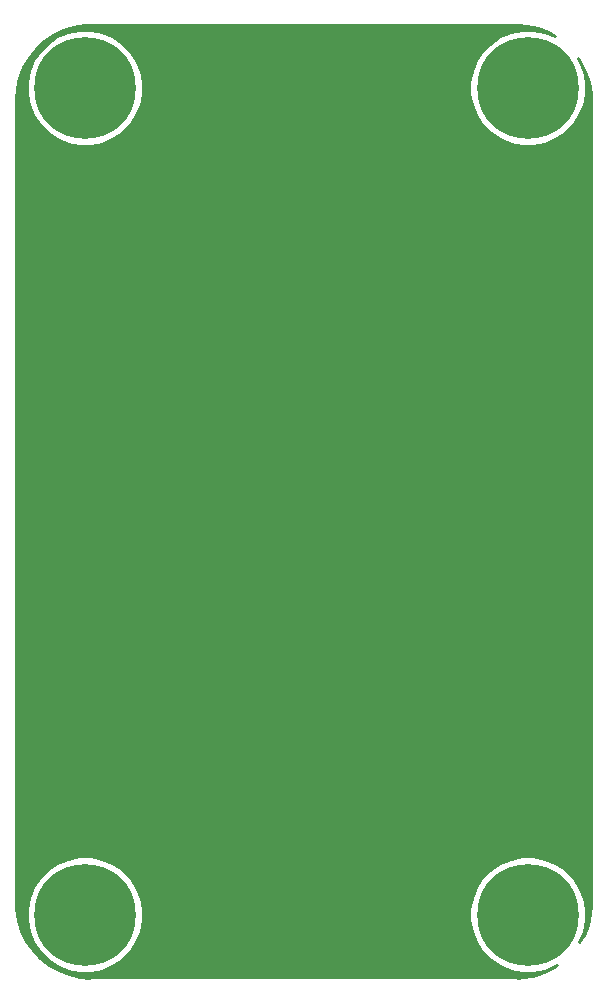
<source format=gbr>
%TF.GenerationSoftware,KiCad,Pcbnew,(5.1.6)-1*%
%TF.CreationDate,2020-10-09T05:33:10-04:00*%
%TF.ProjectId,RFID_PROJECT_PHASE-SHIFTER,52464944-5f50-4524-9f4a-4543545f5048,B*%
%TF.SameCoordinates,Original*%
%TF.FileFunction,Copper,L2,Inr*%
%TF.FilePolarity,Positive*%
%FSLAX46Y46*%
G04 Gerber Fmt 4.6, Leading zero omitted, Abs format (unit mm)*
G04 Created by KiCad (PCBNEW (5.1.6)-1) date 2020-10-09 05:33:10*
%MOMM*%
%LPD*%
G01*
G04 APERTURE LIST*
%TA.AperFunction,ViaPad*%
%ADD10C,0.900000*%
%TD*%
%TA.AperFunction,ViaPad*%
%ADD11C,8.600000*%
%TD*%
%TA.AperFunction,ViaPad*%
%ADD12C,1.000000*%
%TD*%
%TA.AperFunction,Conductor*%
%ADD13C,0.254000*%
%TD*%
G04 APERTURE END LIST*
D10*
%TO.N,N/C*%
%TO.C,H8*%
X173780419Y-125219581D03*
X171500000Y-124275000D03*
X169219581Y-125219581D03*
X168275000Y-127500000D03*
X169219581Y-129780419D03*
X171500000Y-130725000D03*
X173780419Y-129780419D03*
X174725000Y-127500000D03*
D11*
X171500000Y-127500000D03*
%TD*%
D10*
%TO.N,N/C*%
%TO.C,H7*%
X136280419Y-125219581D03*
X134000000Y-124275000D03*
X131719581Y-125219581D03*
X130775000Y-127500000D03*
X131719581Y-129780419D03*
X134000000Y-130725000D03*
X136280419Y-129780419D03*
X137225000Y-127500000D03*
D11*
X134000000Y-127500000D03*
%TD*%
D10*
%TO.N,N/C*%
%TO.C,H6*%
X173780419Y-55219581D03*
X171500000Y-54275000D03*
X169219581Y-55219581D03*
X168275000Y-57500000D03*
X169219581Y-59780419D03*
X171500000Y-60725000D03*
X173780419Y-59780419D03*
X174725000Y-57500000D03*
D11*
X171500000Y-57500000D03*
%TD*%
D10*
%TO.N,N/C*%
%TO.C,H5*%
X136280419Y-55219581D03*
X134000000Y-54275000D03*
X131719581Y-55219581D03*
X130775000Y-57500000D03*
X131719581Y-59780419D03*
X134000000Y-60725000D03*
X136280419Y-59780419D03*
X137225000Y-57500000D03*
D11*
X134000000Y-57500000D03*
%TD*%
D12*
%TO.N,GND1*%
X138000000Y-62500000D03*
X166000000Y-61500000D03*
X166000000Y-122500000D03*
X138000000Y-122500000D03*
%TD*%
D13*
%TO.N,GND1*%
G36*
X134365717Y-52175088D02*
G01*
X134466353Y-52185000D01*
X170533647Y-52185000D01*
X170634283Y-52175088D01*
X170642993Y-52172446D01*
X171436842Y-52231439D01*
X172353106Y-52438769D01*
X173228657Y-52779252D01*
X173833589Y-53124999D01*
X172939486Y-52754650D01*
X171986055Y-52565000D01*
X171013945Y-52565000D01*
X170060514Y-52754650D01*
X169162401Y-53126660D01*
X168354121Y-53666735D01*
X167666735Y-54354121D01*
X167126660Y-55162401D01*
X166754650Y-56060514D01*
X166565000Y-57013945D01*
X166565000Y-57986055D01*
X166754650Y-58939486D01*
X167126660Y-59837599D01*
X167666735Y-60645879D01*
X168354121Y-61333265D01*
X169162401Y-61873340D01*
X170060514Y-62245350D01*
X171013945Y-62435000D01*
X171986055Y-62435000D01*
X172939486Y-62245350D01*
X173837599Y-61873340D01*
X174645879Y-61333265D01*
X175333265Y-60645879D01*
X175873340Y-59837599D01*
X176245350Y-58939486D01*
X176435000Y-57986055D01*
X176435000Y-57013945D01*
X176245350Y-56060514D01*
X175873340Y-55162401D01*
X175766929Y-55003146D01*
X175961160Y-55283129D01*
X176376659Y-56125677D01*
X176663054Y-57020376D01*
X176815689Y-57957579D01*
X176832427Y-58340946D01*
X176824912Y-58365718D01*
X176815000Y-58466354D01*
X176815001Y-126533647D01*
X176824913Y-126634283D01*
X176827554Y-126642990D01*
X176768561Y-127436841D01*
X176561231Y-128353106D01*
X176220748Y-129228657D01*
X175875001Y-129833589D01*
X176245350Y-128939486D01*
X176435000Y-127986055D01*
X176435000Y-127013945D01*
X176245350Y-126060514D01*
X175873340Y-125162401D01*
X175333265Y-124354121D01*
X174645879Y-123666735D01*
X173837599Y-123126660D01*
X172939486Y-122754650D01*
X171986055Y-122565000D01*
X171013945Y-122565000D01*
X170060514Y-122754650D01*
X169162401Y-123126660D01*
X168354121Y-123666735D01*
X167666735Y-124354121D01*
X167126660Y-125162401D01*
X166754650Y-126060514D01*
X166565000Y-127013945D01*
X166565000Y-127986055D01*
X166754650Y-128939486D01*
X167126660Y-129837599D01*
X167666735Y-130645879D01*
X168354121Y-131333265D01*
X169162401Y-131873340D01*
X170060514Y-132245350D01*
X171013945Y-132435000D01*
X171986055Y-132435000D01*
X172939486Y-132245350D01*
X173837599Y-131873340D01*
X173996837Y-131766940D01*
X173716871Y-131961160D01*
X172874323Y-132376659D01*
X171979624Y-132663054D01*
X171042414Y-132815689D01*
X170659055Y-132832427D01*
X170634283Y-132824912D01*
X170533647Y-132815000D01*
X134466353Y-132815000D01*
X134365717Y-132824912D01*
X134357007Y-132827554D01*
X133563159Y-132768561D01*
X132646894Y-132561231D01*
X131771343Y-132220748D01*
X130955735Y-131754590D01*
X130217986Y-131172995D01*
X129574311Y-130488749D01*
X129038840Y-129716871D01*
X128623341Y-128874323D01*
X128336946Y-127979624D01*
X128184311Y-127042414D01*
X128183069Y-127013945D01*
X129065000Y-127013945D01*
X129065000Y-127986055D01*
X129254650Y-128939486D01*
X129626660Y-129837599D01*
X130166735Y-130645879D01*
X130854121Y-131333265D01*
X131662401Y-131873340D01*
X132560514Y-132245350D01*
X133513945Y-132435000D01*
X134486055Y-132435000D01*
X135439486Y-132245350D01*
X136337599Y-131873340D01*
X137145879Y-131333265D01*
X137833265Y-130645879D01*
X138373340Y-129837599D01*
X138745350Y-128939486D01*
X138935000Y-127986055D01*
X138935000Y-127013945D01*
X138745350Y-126060514D01*
X138373340Y-125162401D01*
X137833265Y-124354121D01*
X137145879Y-123666735D01*
X136337599Y-123126660D01*
X135439486Y-122754650D01*
X134486055Y-122565000D01*
X133513945Y-122565000D01*
X132560514Y-122754650D01*
X131662401Y-123126660D01*
X130854121Y-123666735D01*
X130166735Y-124354121D01*
X129626660Y-125162401D01*
X129254650Y-126060514D01*
X129065000Y-127013945D01*
X128183069Y-127013945D01*
X128167573Y-126659055D01*
X128175088Y-126634283D01*
X128185000Y-126533647D01*
X128185000Y-58466353D01*
X128175088Y-58365717D01*
X128172446Y-58357007D01*
X128231439Y-57563158D01*
X128355713Y-57013945D01*
X129065000Y-57013945D01*
X129065000Y-57986055D01*
X129254650Y-58939486D01*
X129626660Y-59837599D01*
X130166735Y-60645879D01*
X130854121Y-61333265D01*
X131662401Y-61873340D01*
X132560514Y-62245350D01*
X133513945Y-62435000D01*
X134486055Y-62435000D01*
X135439486Y-62245350D01*
X136337599Y-61873340D01*
X137145879Y-61333265D01*
X137833265Y-60645879D01*
X138373340Y-59837599D01*
X138745350Y-58939486D01*
X138935000Y-57986055D01*
X138935000Y-57013945D01*
X138745350Y-56060514D01*
X138373340Y-55162401D01*
X137833265Y-54354121D01*
X137145879Y-53666735D01*
X136337599Y-53126660D01*
X135439486Y-52754650D01*
X134486055Y-52565000D01*
X133513945Y-52565000D01*
X132560514Y-52754650D01*
X131662401Y-53126660D01*
X130854121Y-53666735D01*
X130166735Y-54354121D01*
X129626660Y-55162401D01*
X129254650Y-56060514D01*
X129065000Y-57013945D01*
X128355713Y-57013945D01*
X128438769Y-56646894D01*
X128779252Y-55771343D01*
X129245410Y-54955735D01*
X129827005Y-54217986D01*
X130511251Y-53574311D01*
X131283129Y-53038840D01*
X132125677Y-52623341D01*
X133020376Y-52336946D01*
X133957579Y-52184311D01*
X134340945Y-52167573D01*
X134365717Y-52175088D01*
G37*
X134365717Y-52175088D02*
X134466353Y-52185000D01*
X170533647Y-52185000D01*
X170634283Y-52175088D01*
X170642993Y-52172446D01*
X171436842Y-52231439D01*
X172353106Y-52438769D01*
X173228657Y-52779252D01*
X173833589Y-53124999D01*
X172939486Y-52754650D01*
X171986055Y-52565000D01*
X171013945Y-52565000D01*
X170060514Y-52754650D01*
X169162401Y-53126660D01*
X168354121Y-53666735D01*
X167666735Y-54354121D01*
X167126660Y-55162401D01*
X166754650Y-56060514D01*
X166565000Y-57013945D01*
X166565000Y-57986055D01*
X166754650Y-58939486D01*
X167126660Y-59837599D01*
X167666735Y-60645879D01*
X168354121Y-61333265D01*
X169162401Y-61873340D01*
X170060514Y-62245350D01*
X171013945Y-62435000D01*
X171986055Y-62435000D01*
X172939486Y-62245350D01*
X173837599Y-61873340D01*
X174645879Y-61333265D01*
X175333265Y-60645879D01*
X175873340Y-59837599D01*
X176245350Y-58939486D01*
X176435000Y-57986055D01*
X176435000Y-57013945D01*
X176245350Y-56060514D01*
X175873340Y-55162401D01*
X175766929Y-55003146D01*
X175961160Y-55283129D01*
X176376659Y-56125677D01*
X176663054Y-57020376D01*
X176815689Y-57957579D01*
X176832427Y-58340946D01*
X176824912Y-58365718D01*
X176815000Y-58466354D01*
X176815001Y-126533647D01*
X176824913Y-126634283D01*
X176827554Y-126642990D01*
X176768561Y-127436841D01*
X176561231Y-128353106D01*
X176220748Y-129228657D01*
X175875001Y-129833589D01*
X176245350Y-128939486D01*
X176435000Y-127986055D01*
X176435000Y-127013945D01*
X176245350Y-126060514D01*
X175873340Y-125162401D01*
X175333265Y-124354121D01*
X174645879Y-123666735D01*
X173837599Y-123126660D01*
X172939486Y-122754650D01*
X171986055Y-122565000D01*
X171013945Y-122565000D01*
X170060514Y-122754650D01*
X169162401Y-123126660D01*
X168354121Y-123666735D01*
X167666735Y-124354121D01*
X167126660Y-125162401D01*
X166754650Y-126060514D01*
X166565000Y-127013945D01*
X166565000Y-127986055D01*
X166754650Y-128939486D01*
X167126660Y-129837599D01*
X167666735Y-130645879D01*
X168354121Y-131333265D01*
X169162401Y-131873340D01*
X170060514Y-132245350D01*
X171013945Y-132435000D01*
X171986055Y-132435000D01*
X172939486Y-132245350D01*
X173837599Y-131873340D01*
X173996837Y-131766940D01*
X173716871Y-131961160D01*
X172874323Y-132376659D01*
X171979624Y-132663054D01*
X171042414Y-132815689D01*
X170659055Y-132832427D01*
X170634283Y-132824912D01*
X170533647Y-132815000D01*
X134466353Y-132815000D01*
X134365717Y-132824912D01*
X134357007Y-132827554D01*
X133563159Y-132768561D01*
X132646894Y-132561231D01*
X131771343Y-132220748D01*
X130955735Y-131754590D01*
X130217986Y-131172995D01*
X129574311Y-130488749D01*
X129038840Y-129716871D01*
X128623341Y-128874323D01*
X128336946Y-127979624D01*
X128184311Y-127042414D01*
X128183069Y-127013945D01*
X129065000Y-127013945D01*
X129065000Y-127986055D01*
X129254650Y-128939486D01*
X129626660Y-129837599D01*
X130166735Y-130645879D01*
X130854121Y-131333265D01*
X131662401Y-131873340D01*
X132560514Y-132245350D01*
X133513945Y-132435000D01*
X134486055Y-132435000D01*
X135439486Y-132245350D01*
X136337599Y-131873340D01*
X137145879Y-131333265D01*
X137833265Y-130645879D01*
X138373340Y-129837599D01*
X138745350Y-128939486D01*
X138935000Y-127986055D01*
X138935000Y-127013945D01*
X138745350Y-126060514D01*
X138373340Y-125162401D01*
X137833265Y-124354121D01*
X137145879Y-123666735D01*
X136337599Y-123126660D01*
X135439486Y-122754650D01*
X134486055Y-122565000D01*
X133513945Y-122565000D01*
X132560514Y-122754650D01*
X131662401Y-123126660D01*
X130854121Y-123666735D01*
X130166735Y-124354121D01*
X129626660Y-125162401D01*
X129254650Y-126060514D01*
X129065000Y-127013945D01*
X128183069Y-127013945D01*
X128167573Y-126659055D01*
X128175088Y-126634283D01*
X128185000Y-126533647D01*
X128185000Y-58466353D01*
X128175088Y-58365717D01*
X128172446Y-58357007D01*
X128231439Y-57563158D01*
X128355713Y-57013945D01*
X129065000Y-57013945D01*
X129065000Y-57986055D01*
X129254650Y-58939486D01*
X129626660Y-59837599D01*
X130166735Y-60645879D01*
X130854121Y-61333265D01*
X131662401Y-61873340D01*
X132560514Y-62245350D01*
X133513945Y-62435000D01*
X134486055Y-62435000D01*
X135439486Y-62245350D01*
X136337599Y-61873340D01*
X137145879Y-61333265D01*
X137833265Y-60645879D01*
X138373340Y-59837599D01*
X138745350Y-58939486D01*
X138935000Y-57986055D01*
X138935000Y-57013945D01*
X138745350Y-56060514D01*
X138373340Y-55162401D01*
X137833265Y-54354121D01*
X137145879Y-53666735D01*
X136337599Y-53126660D01*
X135439486Y-52754650D01*
X134486055Y-52565000D01*
X133513945Y-52565000D01*
X132560514Y-52754650D01*
X131662401Y-53126660D01*
X130854121Y-53666735D01*
X130166735Y-54354121D01*
X129626660Y-55162401D01*
X129254650Y-56060514D01*
X129065000Y-57013945D01*
X128355713Y-57013945D01*
X128438769Y-56646894D01*
X128779252Y-55771343D01*
X129245410Y-54955735D01*
X129827005Y-54217986D01*
X130511251Y-53574311D01*
X131283129Y-53038840D01*
X132125677Y-52623341D01*
X133020376Y-52336946D01*
X133957579Y-52184311D01*
X134340945Y-52167573D01*
X134365717Y-52175088D01*
%TD*%
M02*

</source>
